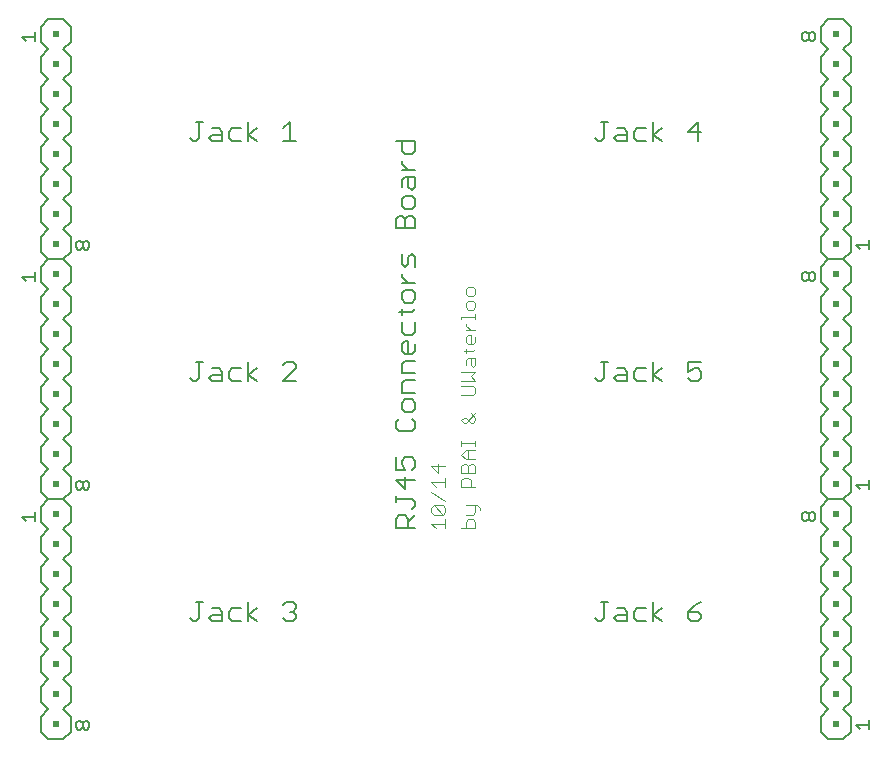
<source format=gto>
G75*
%MOIN*%
%OFA0B0*%
%FSLAX24Y24*%
%IPPOS*%
%LPD*%
%AMOC8*
5,1,8,0,0,1.08239X$1,22.5*
%
%ADD10C,0.0060*%
%ADD11C,0.0040*%
%ADD12C,0.0050*%
%ADD13R,0.0200X0.0200*%
D10*
X001400Y000933D02*
X001400Y001433D01*
X001650Y001683D01*
X001400Y001933D01*
X001400Y002433D01*
X001650Y002683D01*
X001400Y002933D01*
X001400Y003433D01*
X001650Y003683D01*
X001400Y003933D01*
X001400Y004433D01*
X001650Y004683D01*
X001400Y004933D01*
X001400Y005433D01*
X001650Y005683D01*
X001400Y005933D01*
X001400Y006433D01*
X001650Y006683D01*
X001400Y006933D01*
X001400Y007433D01*
X001650Y007683D01*
X001400Y007933D01*
X001400Y008433D01*
X001650Y008683D01*
X002150Y008683D01*
X002400Y008433D01*
X002400Y007933D01*
X002150Y007683D01*
X002400Y007433D01*
X002400Y006933D01*
X002150Y006683D01*
X002400Y006433D01*
X002400Y005933D01*
X002150Y005683D01*
X002400Y005433D01*
X002400Y004933D01*
X002150Y004683D01*
X002400Y004433D01*
X002400Y003933D01*
X002150Y003683D01*
X002400Y003433D01*
X002400Y002933D01*
X002150Y002683D01*
X002400Y002433D01*
X002400Y001933D01*
X002150Y001683D01*
X002400Y001433D01*
X002400Y000933D01*
X002150Y000683D01*
X001650Y000683D01*
X001400Y000933D01*
X006370Y004720D02*
X006477Y004613D01*
X006584Y004613D01*
X006690Y004720D01*
X006690Y005254D01*
X006584Y005254D02*
X006797Y005254D01*
X007121Y005040D02*
X007335Y005040D01*
X007442Y004934D01*
X007442Y004613D01*
X007121Y004613D01*
X007015Y004720D01*
X007121Y004827D01*
X007442Y004827D01*
X007659Y004934D02*
X007659Y004720D01*
X007766Y004613D01*
X008086Y004613D01*
X008304Y004613D02*
X008304Y005254D01*
X008086Y005040D02*
X007766Y005040D01*
X007659Y004934D01*
X008304Y004827D02*
X008624Y005040D01*
X008304Y004827D02*
X008624Y004613D01*
X009485Y004720D02*
X009592Y004613D01*
X009806Y004613D01*
X009912Y004720D01*
X009912Y004827D01*
X009806Y004934D01*
X009699Y004934D01*
X009806Y004934D02*
X009912Y005040D01*
X009912Y005147D01*
X009806Y005254D01*
X009592Y005254D01*
X009485Y005147D01*
X013229Y007713D02*
X013229Y008034D01*
X013336Y008140D01*
X013550Y008140D01*
X013656Y008034D01*
X013656Y007713D01*
X013656Y007927D02*
X013870Y008140D01*
X013763Y008358D02*
X013870Y008465D01*
X013870Y008571D01*
X013763Y008678D01*
X013229Y008678D01*
X013229Y008571D02*
X013229Y008785D01*
X013550Y009002D02*
X013550Y009429D01*
X013550Y009647D02*
X013229Y009647D01*
X013229Y010074D01*
X013443Y009967D02*
X013550Y010074D01*
X013763Y010074D01*
X013870Y009967D01*
X013870Y009754D01*
X013763Y009647D01*
X013550Y009647D02*
X013443Y009860D01*
X013443Y009967D01*
X013229Y009323D02*
X013550Y009002D01*
X013870Y009323D02*
X013229Y009323D01*
X013229Y007713D02*
X013870Y007713D01*
X013763Y010936D02*
X013336Y010936D01*
X013229Y011043D01*
X013229Y011256D01*
X013336Y011363D01*
X013550Y011581D02*
X013443Y011687D01*
X013443Y011901D01*
X013550Y012008D01*
X013763Y012008D01*
X013870Y011901D01*
X013870Y011687D01*
X013763Y011581D01*
X013550Y011581D01*
X013763Y011363D02*
X013870Y011256D01*
X013870Y011043D01*
X013763Y010936D01*
X013870Y012225D02*
X013443Y012225D01*
X013443Y012545D01*
X013550Y012652D01*
X013870Y012652D01*
X013870Y012870D02*
X013443Y012870D01*
X013443Y013190D01*
X013550Y013297D01*
X013870Y013297D01*
X013763Y013514D02*
X013550Y013514D01*
X013443Y013621D01*
X013443Y013835D01*
X013550Y013941D01*
X013656Y013941D01*
X013656Y013514D01*
X013763Y013514D02*
X013870Y013621D01*
X013870Y013835D01*
X013763Y014159D02*
X013870Y014266D01*
X013870Y014586D01*
X013763Y014159D02*
X013550Y014159D01*
X013443Y014266D01*
X013443Y014586D01*
X013443Y014803D02*
X013443Y015017D01*
X013336Y014910D02*
X013763Y014910D01*
X013870Y015017D01*
X013763Y015233D02*
X013870Y015340D01*
X013870Y015553D01*
X013763Y015660D01*
X013550Y015660D01*
X013443Y015553D01*
X013443Y015340D01*
X013550Y015233D01*
X013763Y015233D01*
X013656Y015878D02*
X013443Y016091D01*
X013443Y016198D01*
X013550Y016415D02*
X013443Y016522D01*
X013443Y016842D01*
X013656Y016735D02*
X013656Y016522D01*
X013550Y016415D01*
X013870Y016415D02*
X013870Y016735D01*
X013763Y016842D01*
X013656Y016735D01*
X013550Y017704D02*
X013550Y018024D01*
X013656Y018131D01*
X013763Y018131D01*
X013870Y018024D01*
X013870Y017704D01*
X013229Y017704D01*
X013229Y018024D01*
X013336Y018131D01*
X013443Y018131D01*
X013550Y018024D01*
X013550Y018348D02*
X013443Y018455D01*
X013443Y018669D01*
X013550Y018775D01*
X013763Y018775D01*
X013870Y018669D01*
X013870Y018455D01*
X013763Y018348D01*
X013550Y018348D01*
X013763Y018993D02*
X013656Y019100D01*
X013656Y019420D01*
X013550Y019420D02*
X013870Y019420D01*
X013870Y019100D01*
X013763Y018993D01*
X013443Y019100D02*
X013443Y019313D01*
X013550Y019420D01*
X013656Y019638D02*
X013443Y019851D01*
X013443Y019958D01*
X013550Y020175D02*
X013443Y020281D01*
X013443Y020602D01*
X013229Y020602D02*
X013870Y020602D01*
X013870Y020281D01*
X013763Y020175D01*
X013550Y020175D01*
X013443Y019638D02*
X013870Y019638D01*
X009912Y020613D02*
X009485Y020613D01*
X009699Y020613D02*
X009699Y021254D01*
X009485Y021040D01*
X008624Y021040D02*
X008304Y020827D01*
X008624Y020613D01*
X008304Y020613D02*
X008304Y021254D01*
X008086Y021040D02*
X007766Y021040D01*
X007659Y020934D01*
X007659Y020720D01*
X007766Y020613D01*
X008086Y020613D01*
X007442Y020613D02*
X007121Y020613D01*
X007015Y020720D01*
X007121Y020827D01*
X007442Y020827D01*
X007442Y020934D02*
X007442Y020613D01*
X007442Y020934D02*
X007335Y021040D01*
X007121Y021040D01*
X006797Y021254D02*
X006584Y021254D01*
X006690Y021254D02*
X006690Y020720D01*
X006584Y020613D01*
X006477Y020613D01*
X006370Y020720D01*
X002400Y020933D02*
X002150Y020683D01*
X002400Y020433D01*
X002400Y019933D01*
X002150Y019683D01*
X002400Y019433D01*
X002400Y018933D01*
X002150Y018683D01*
X002400Y018433D01*
X002400Y017933D01*
X002150Y017683D01*
X002400Y017433D01*
X002400Y016933D01*
X002150Y016683D01*
X002400Y016433D01*
X002400Y015933D01*
X002150Y015683D01*
X002400Y015433D01*
X002400Y014933D01*
X002150Y014683D01*
X002400Y014433D01*
X002400Y013933D01*
X002150Y013683D01*
X002400Y013433D01*
X002400Y012933D01*
X002150Y012683D01*
X002400Y012433D01*
X002400Y011933D01*
X002150Y011683D01*
X002400Y011433D01*
X002400Y010933D01*
X002150Y010683D01*
X002400Y010433D01*
X002400Y009933D01*
X002150Y009683D01*
X002400Y009433D01*
X002400Y008933D01*
X002150Y008683D01*
X001650Y008683D01*
X001400Y008933D01*
X001400Y009433D01*
X001650Y009683D01*
X001400Y009933D01*
X001400Y010433D01*
X001650Y010683D01*
X001400Y010933D01*
X001400Y011433D01*
X001650Y011683D01*
X001400Y011933D01*
X001400Y012433D01*
X001650Y012683D01*
X001400Y012933D01*
X001400Y013433D01*
X001650Y013683D01*
X001400Y013933D01*
X001400Y014433D01*
X001650Y014683D01*
X001400Y014933D01*
X001400Y015433D01*
X001650Y015683D01*
X001400Y015933D01*
X001400Y016433D01*
X001650Y016683D01*
X002150Y016683D01*
X001650Y016683D01*
X001400Y016933D01*
X001400Y017433D01*
X001650Y017683D01*
X001400Y017933D01*
X001400Y018433D01*
X001650Y018683D01*
X001400Y018933D01*
X001400Y019433D01*
X001650Y019683D01*
X001400Y019933D01*
X001400Y020433D01*
X001650Y020683D01*
X001400Y020933D01*
X001400Y021433D01*
X001650Y021683D01*
X001400Y021933D01*
X001400Y022433D01*
X001650Y022683D01*
X001400Y022933D01*
X001400Y023433D01*
X001650Y023683D01*
X001400Y023933D01*
X001400Y024433D01*
X001650Y024683D01*
X002150Y024683D01*
X002400Y024433D01*
X002400Y023933D01*
X002150Y023683D01*
X002400Y023433D01*
X002400Y022933D01*
X002150Y022683D01*
X002400Y022433D01*
X002400Y021933D01*
X002150Y021683D01*
X002400Y021433D01*
X002400Y020933D01*
X006584Y013254D02*
X006797Y013254D01*
X006690Y013254D02*
X006690Y012720D01*
X006584Y012613D01*
X006477Y012613D01*
X006370Y012720D01*
X007015Y012720D02*
X007121Y012827D01*
X007442Y012827D01*
X007442Y012934D02*
X007442Y012613D01*
X007121Y012613D01*
X007015Y012720D01*
X007121Y013040D02*
X007335Y013040D01*
X007442Y012934D01*
X007659Y012934D02*
X007659Y012720D01*
X007766Y012613D01*
X008086Y012613D01*
X008304Y012613D02*
X008304Y013254D01*
X008086Y013040D02*
X007766Y013040D01*
X007659Y012934D01*
X008304Y012827D02*
X008624Y013040D01*
X008304Y012827D02*
X008624Y012613D01*
X009485Y012613D02*
X009912Y013040D01*
X009912Y013147D01*
X009806Y013254D01*
X009592Y013254D01*
X009485Y013147D01*
X009485Y012613D02*
X009912Y012613D01*
X013443Y015878D02*
X013870Y015878D01*
X020084Y013254D02*
X020297Y013254D01*
X020190Y013254D02*
X020190Y012720D01*
X020084Y012613D01*
X019977Y012613D01*
X019870Y012720D01*
X020515Y012720D02*
X020621Y012827D01*
X020942Y012827D01*
X020942Y012934D02*
X020942Y012613D01*
X020621Y012613D01*
X020515Y012720D01*
X020621Y013040D02*
X020835Y013040D01*
X020942Y012934D01*
X021159Y012934D02*
X021159Y012720D01*
X021266Y012613D01*
X021586Y012613D01*
X021804Y012613D02*
X021804Y013254D01*
X021586Y013040D02*
X021266Y013040D01*
X021159Y012934D01*
X021804Y012827D02*
X022124Y013040D01*
X021804Y012827D02*
X022124Y012613D01*
X022985Y012720D02*
X023092Y012613D01*
X023306Y012613D01*
X023412Y012720D01*
X023412Y012934D01*
X023306Y013040D01*
X023199Y013040D01*
X022985Y012934D01*
X022985Y013254D01*
X023412Y013254D01*
X027400Y013433D02*
X027400Y012933D01*
X027650Y012683D01*
X027400Y012433D01*
X027400Y011933D01*
X027650Y011683D01*
X027400Y011433D01*
X027400Y010933D01*
X027650Y010683D01*
X027400Y010433D01*
X027400Y009933D01*
X027650Y009683D01*
X027400Y009433D01*
X027400Y008933D01*
X027650Y008683D01*
X028150Y008683D01*
X028400Y008433D01*
X028400Y007933D01*
X028150Y007683D01*
X028400Y007433D01*
X028400Y006933D01*
X028150Y006683D01*
X028400Y006433D01*
X028400Y005933D01*
X028150Y005683D01*
X028400Y005433D01*
X028400Y004933D01*
X028150Y004683D01*
X028400Y004433D01*
X028400Y003933D01*
X028150Y003683D01*
X028400Y003433D01*
X028400Y002933D01*
X028150Y002683D01*
X028400Y002433D01*
X028400Y001933D01*
X028150Y001683D01*
X028400Y001433D01*
X028400Y000933D01*
X028150Y000683D01*
X027650Y000683D01*
X027400Y000933D01*
X027400Y001433D01*
X027650Y001683D01*
X027400Y001933D01*
X027400Y002433D01*
X027650Y002683D01*
X027400Y002933D01*
X027400Y003433D01*
X027650Y003683D01*
X027400Y003933D01*
X027400Y004433D01*
X027650Y004683D01*
X027400Y004933D01*
X027400Y005433D01*
X027650Y005683D01*
X027400Y005933D01*
X027400Y006433D01*
X027650Y006683D01*
X027400Y006933D01*
X027400Y007433D01*
X027650Y007683D01*
X027400Y007933D01*
X027400Y008433D01*
X027650Y008683D01*
X028150Y008683D01*
X028400Y008933D01*
X028400Y009433D01*
X028150Y009683D01*
X028400Y009933D01*
X028400Y010433D01*
X028150Y010683D01*
X028400Y010933D01*
X028400Y011433D01*
X028150Y011683D01*
X028400Y011933D01*
X028400Y012433D01*
X028150Y012683D01*
X028400Y012933D01*
X028400Y013433D01*
X028150Y013683D01*
X028400Y013933D01*
X028400Y014433D01*
X028150Y014683D01*
X028400Y014933D01*
X028400Y015433D01*
X028150Y015683D01*
X028400Y015933D01*
X028400Y016433D01*
X028150Y016683D01*
X027650Y016683D01*
X027400Y016433D01*
X027400Y015933D01*
X027650Y015683D01*
X027400Y015433D01*
X027400Y014933D01*
X027650Y014683D01*
X027400Y014433D01*
X027400Y013933D01*
X027650Y013683D01*
X027400Y013433D01*
X027650Y016683D02*
X027400Y016933D01*
X027400Y017433D01*
X027650Y017683D01*
X027400Y017933D01*
X027400Y018433D01*
X027650Y018683D01*
X027400Y018933D01*
X027400Y019433D01*
X027650Y019683D01*
X027400Y019933D01*
X027400Y020433D01*
X027650Y020683D01*
X027400Y020933D01*
X027400Y021433D01*
X027650Y021683D01*
X027400Y021933D01*
X027400Y022433D01*
X027650Y022683D01*
X027400Y022933D01*
X027400Y023433D01*
X027650Y023683D01*
X027400Y023933D01*
X027400Y024433D01*
X027650Y024683D01*
X028150Y024683D01*
X028400Y024433D01*
X028400Y023933D01*
X028150Y023683D01*
X028400Y023433D01*
X028400Y022933D01*
X028150Y022683D01*
X028400Y022433D01*
X028400Y021933D01*
X028150Y021683D01*
X028400Y021433D01*
X028400Y020933D01*
X028150Y020683D01*
X028400Y020433D01*
X028400Y019933D01*
X028150Y019683D01*
X028400Y019433D01*
X028400Y018933D01*
X028150Y018683D01*
X028400Y018433D01*
X028400Y017933D01*
X028150Y017683D01*
X028400Y017433D01*
X028400Y016933D01*
X028150Y016683D01*
X027650Y016683D01*
X023306Y020613D02*
X023306Y021254D01*
X022985Y020934D01*
X023412Y020934D01*
X022124Y021040D02*
X021804Y020827D01*
X022124Y020613D01*
X021804Y020613D02*
X021804Y021254D01*
X021586Y021040D02*
X021266Y021040D01*
X021159Y020934D01*
X021159Y020720D01*
X021266Y020613D01*
X021586Y020613D01*
X020942Y020613D02*
X020621Y020613D01*
X020515Y020720D01*
X020621Y020827D01*
X020942Y020827D01*
X020942Y020934D02*
X020942Y020613D01*
X020942Y020934D02*
X020835Y021040D01*
X020621Y021040D01*
X020297Y021254D02*
X020084Y021254D01*
X020190Y021254D02*
X020190Y020720D01*
X020084Y020613D01*
X019977Y020613D01*
X019870Y020720D01*
X020084Y005254D02*
X020297Y005254D01*
X020190Y005254D02*
X020190Y004720D01*
X020084Y004613D01*
X019977Y004613D01*
X019870Y004720D01*
X020515Y004720D02*
X020621Y004613D01*
X020942Y004613D01*
X020942Y004934D01*
X020835Y005040D01*
X020621Y005040D01*
X020621Y004827D02*
X020942Y004827D01*
X021159Y004934D02*
X021159Y004720D01*
X021266Y004613D01*
X021586Y004613D01*
X021804Y004613D02*
X021804Y005254D01*
X021586Y005040D02*
X021266Y005040D01*
X021159Y004934D01*
X020621Y004827D02*
X020515Y004720D01*
X021804Y004827D02*
X022124Y005040D01*
X021804Y004827D02*
X022124Y004613D01*
X022985Y004720D02*
X023092Y004613D01*
X023306Y004613D01*
X023412Y004720D01*
X023412Y004827D01*
X023306Y004934D01*
X022985Y004934D01*
X022985Y004720D01*
X022985Y004934D02*
X023199Y005147D01*
X023412Y005254D01*
D11*
X016033Y008317D02*
X016033Y008394D01*
X015957Y008471D01*
X015573Y008471D01*
X015880Y008471D02*
X015880Y008240D01*
X015803Y008164D01*
X015573Y008164D01*
X015650Y008010D02*
X015573Y007934D01*
X015573Y007703D01*
X015420Y007703D02*
X015880Y007703D01*
X015880Y007934D01*
X015803Y008010D01*
X015650Y008010D01*
X014880Y008010D02*
X014880Y007703D01*
X014880Y007857D02*
X014420Y007857D01*
X014573Y007703D01*
X014496Y008164D02*
X014420Y008240D01*
X014420Y008394D01*
X014496Y008471D01*
X014803Y008164D01*
X014880Y008240D01*
X014880Y008394D01*
X014803Y008471D01*
X014496Y008471D01*
X014496Y008164D02*
X014803Y008164D01*
X014880Y008624D02*
X014420Y008931D01*
X014573Y009085D02*
X014420Y009238D01*
X014880Y009238D01*
X014880Y009085D02*
X014880Y009391D01*
X014650Y009545D02*
X014650Y009852D01*
X014880Y009775D02*
X014420Y009775D01*
X014650Y009545D01*
X015420Y009545D02*
X015420Y009775D01*
X015496Y009852D01*
X015573Y009852D01*
X015650Y009775D01*
X015650Y009545D01*
X015650Y009391D02*
X015496Y009391D01*
X015420Y009315D01*
X015420Y009085D01*
X015880Y009085D01*
X015727Y009085D02*
X015727Y009315D01*
X015650Y009391D01*
X015880Y009545D02*
X015420Y009545D01*
X015650Y009775D02*
X015727Y009852D01*
X015803Y009852D01*
X015880Y009775D01*
X015880Y009545D01*
X015880Y010005D02*
X015573Y010005D01*
X015420Y010159D01*
X015573Y010312D01*
X015880Y010312D01*
X015880Y010466D02*
X015880Y010619D01*
X015880Y010542D02*
X015420Y010542D01*
X015420Y010466D02*
X015420Y010619D01*
X015650Y010312D02*
X015650Y010005D01*
X015727Y011233D02*
X015573Y011386D01*
X015496Y011386D01*
X015420Y011310D01*
X015496Y011233D01*
X015573Y011233D01*
X015880Y011540D01*
X015727Y011540D02*
X015880Y011386D01*
X015880Y011310D01*
X015803Y011233D01*
X015727Y011233D01*
X015803Y012154D02*
X015420Y012154D01*
X015420Y012461D02*
X015803Y012461D01*
X015880Y012384D01*
X015880Y012231D01*
X015803Y012154D01*
X015880Y012614D02*
X015420Y012614D01*
X015420Y012921D02*
X015880Y012921D01*
X015727Y012768D01*
X015880Y012614D01*
X015803Y013075D02*
X015727Y013151D01*
X015727Y013382D01*
X015650Y013382D02*
X015880Y013382D01*
X015880Y013151D01*
X015803Y013075D01*
X015573Y013151D02*
X015573Y013305D01*
X015650Y013382D01*
X015573Y013535D02*
X015573Y013688D01*
X015496Y013612D02*
X015803Y013612D01*
X015880Y013688D01*
X015803Y013842D02*
X015650Y013842D01*
X015573Y013919D01*
X015573Y014072D01*
X015650Y014149D01*
X015727Y014149D01*
X015727Y013842D01*
X015803Y013842D02*
X015880Y013919D01*
X015880Y014072D01*
X015880Y014302D02*
X015573Y014302D01*
X015727Y014302D02*
X015573Y014456D01*
X015573Y014532D01*
X015420Y014686D02*
X015420Y014763D01*
X015880Y014763D01*
X015880Y014839D02*
X015880Y014686D01*
X015803Y014993D02*
X015880Y015070D01*
X015880Y015223D01*
X015803Y015300D01*
X015650Y015300D01*
X015573Y015223D01*
X015573Y015070D01*
X015650Y014993D01*
X015803Y014993D01*
X015803Y015453D02*
X015880Y015530D01*
X015880Y015683D01*
X015803Y015760D01*
X015650Y015760D01*
X015573Y015683D01*
X015573Y015530D01*
X015650Y015453D01*
X015803Y015453D01*
D12*
X026775Y016033D02*
X026775Y016184D01*
X026850Y016259D01*
X026925Y016259D01*
X027000Y016184D01*
X027075Y016259D01*
X027150Y016259D01*
X027225Y016184D01*
X027225Y016033D01*
X027150Y015958D01*
X027075Y015958D01*
X027000Y016033D01*
X027000Y016184D01*
X027000Y016033D02*
X026925Y015958D01*
X026850Y015958D01*
X026775Y016033D01*
X028575Y017158D02*
X029025Y017158D01*
X029025Y017008D02*
X029025Y017309D01*
X028725Y017008D02*
X028575Y017158D01*
X027150Y023958D02*
X027075Y023958D01*
X027000Y024033D01*
X027000Y024184D01*
X027075Y024259D01*
X027150Y024259D01*
X027225Y024184D01*
X027225Y024033D01*
X027150Y023958D01*
X027000Y024033D02*
X026925Y023958D01*
X026850Y023958D01*
X026775Y024033D01*
X026775Y024184D01*
X026850Y024259D01*
X026925Y024259D01*
X027000Y024184D01*
X029025Y009309D02*
X029025Y009008D01*
X029025Y009158D02*
X028575Y009158D01*
X028725Y009008D01*
X027225Y008184D02*
X027225Y008033D01*
X027150Y007958D01*
X027075Y007958D01*
X027000Y008033D01*
X026925Y007958D01*
X026850Y007958D01*
X026775Y008033D01*
X026775Y008184D01*
X026850Y008259D01*
X026925Y008259D01*
X027000Y008184D01*
X027075Y008259D01*
X027150Y008259D01*
X027225Y008184D01*
X027000Y008184D02*
X027000Y008033D01*
X029025Y001309D02*
X029025Y001008D01*
X029025Y001158D02*
X028575Y001158D01*
X028725Y001008D01*
X003025Y001073D02*
X002950Y000998D01*
X002875Y000998D01*
X002800Y001073D01*
X002800Y001223D01*
X002875Y001298D01*
X002950Y001298D01*
X003025Y001223D01*
X003025Y001073D01*
X002800Y001073D02*
X002725Y000998D01*
X002650Y000998D01*
X002575Y001073D01*
X002575Y001223D01*
X002650Y001298D01*
X002725Y001298D01*
X002800Y001223D01*
X001225Y007948D02*
X001225Y008248D01*
X001225Y008098D02*
X000775Y008098D01*
X000925Y007948D01*
X002575Y009073D02*
X002575Y009223D01*
X002650Y009298D01*
X002725Y009298D01*
X002800Y009223D01*
X002800Y009073D01*
X002725Y008998D01*
X002650Y008998D01*
X002575Y009073D01*
X002800Y009073D02*
X002875Y008998D01*
X002950Y008998D01*
X003025Y009073D01*
X003025Y009223D01*
X002950Y009298D01*
X002875Y009298D01*
X002800Y009223D01*
X001225Y015948D02*
X001225Y016248D01*
X001225Y016098D02*
X000775Y016098D01*
X000925Y015948D01*
X002575Y017073D02*
X002575Y017223D01*
X002650Y017298D01*
X002725Y017298D01*
X002800Y017223D01*
X002800Y017073D01*
X002725Y016998D01*
X002650Y016998D01*
X002575Y017073D01*
X002800Y017073D02*
X002875Y016998D01*
X002950Y016998D01*
X003025Y017073D01*
X003025Y017223D01*
X002950Y017298D01*
X002875Y017298D01*
X002800Y017223D01*
X001225Y023948D02*
X001225Y024248D01*
X001225Y024098D02*
X000775Y024098D01*
X000925Y023948D01*
D13*
X001900Y024183D03*
X001900Y023183D03*
X001900Y022183D03*
X001900Y021183D03*
X001900Y020183D03*
X001900Y019183D03*
X001900Y018183D03*
X001900Y017183D03*
X001900Y016183D03*
X001900Y015183D03*
X001900Y014183D03*
X001900Y013183D03*
X001900Y012183D03*
X001900Y011183D03*
X001900Y010183D03*
X001900Y009183D03*
X001900Y008183D03*
X001900Y007183D03*
X001900Y006183D03*
X001900Y005183D03*
X001900Y004183D03*
X001900Y003183D03*
X001900Y002183D03*
X001900Y001183D03*
X027900Y001183D03*
X027900Y002183D03*
X027900Y003183D03*
X027900Y004183D03*
X027900Y005183D03*
X027900Y006183D03*
X027900Y007183D03*
X027900Y008183D03*
X027900Y009183D03*
X027900Y010183D03*
X027900Y011183D03*
X027900Y012183D03*
X027900Y013183D03*
X027900Y014183D03*
X027900Y015183D03*
X027900Y016183D03*
X027900Y017183D03*
X027900Y018183D03*
X027900Y019183D03*
X027900Y020183D03*
X027900Y021183D03*
X027900Y022183D03*
X027900Y023183D03*
X027900Y024183D03*
M02*

</source>
